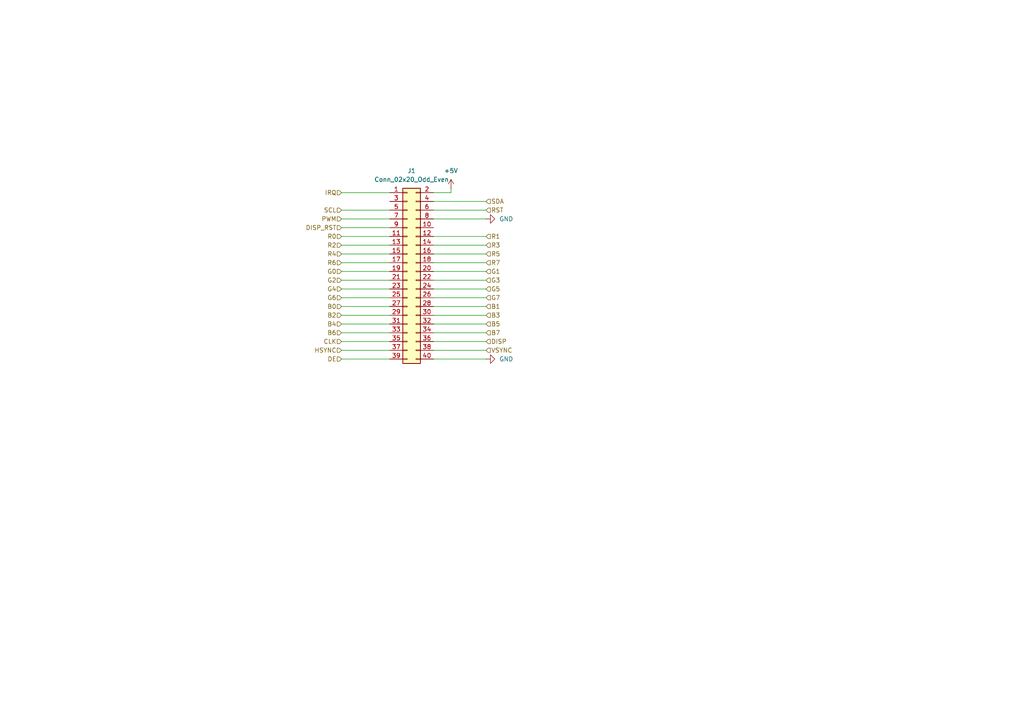
<source format=kicad_sch>
(kicad_sch (version 20231120) (generator "eeschema") (generator_version "8.0")
  (paper "A4")
  (lib_symbols
    (symbol "Connector_Generic:Conn_02x20_Odd_Even" (pin_names (offset 1.016) hide)
      (property "Reference" "J" (at 1.27 25.4 0))
      (property "Value" "Conn_02x20_Odd_Even" (at 1.27 -27.94 0))
      (symbol "Conn_02x20_Odd_Even_1_1"
        (rectangle (start -1.27 -25.273) (end 0 -25.527) (stroke (width 0.1524)))
        (rectangle (start -1.27 -22.733) (end 0 -22.987) (stroke (width 0.1524)))
        (rectangle (start -1.27 -20.193) (end 0 -20.447) (stroke (width 0.1524)))
        (rectangle (start -1.27 -17.653) (end 0 -17.907) (stroke (width 0.1524)))
        (rectangle (start -1.27 -15.113) (end 0 -15.367) (stroke (width 0.1524)))
        (rectangle (start -1.27 -12.573) (end 0 -12.827) (stroke (width 0.1524)))
        (rectangle (start -1.27 -10.033) (end 0 -10.287) (stroke (width 0.1524)))
        (rectangle (start -1.27 -7.493) (end 0 -7.747) (stroke (width 0.1524)))
        (rectangle (start -1.27 -4.953) (end 0 -5.207) (stroke (width 0.1524)))
        (rectangle (start -1.27 -2.413) (end 0 -2.667) (stroke (width 0.1524)))
        (rectangle (start -1.27 0.127) (end 0 -0.127) (stroke (width 0.1524)))
        (rectangle (start -1.27 2.667) (end 0 2.413) (stroke (width 0.1524)))
        (rectangle (start -1.27 5.207) (end 0 4.953) (stroke (width 0.1524)))
        (rectangle (start -1.27 7.747) (end 0 7.493) (stroke (width 0.1524)))
        (rectangle (start -1.27 10.287) (end 0 10.033) (stroke (width 0.1524)))
        (rectangle (start -1.27 12.827) (end 0 12.573) (stroke (width 0.1524)))
        (rectangle (start -1.27 15.367) (end 0 15.113) (stroke (width 0.1524)))
        (rectangle (start -1.27 17.907) (end 0 17.653) (stroke (width 0.1524)))
        (rectangle (start -1.27 20.447) (end 0 20.193) (stroke (width 0.1524)))
        (rectangle (start -1.27 22.987) (end 0 22.733) (stroke (width 0.1524)))
        (rectangle (start -1.27 24.13) (end 3.81 -26.67) (stroke (width 0.254)) (fill (type background)))
        (rectangle (start 3.81 -25.273) (end 2.54 -25.527) (stroke (width 0.1524)))
        (rectangle (start 3.81 -22.733) (end 2.54 -22.987) (stroke (width 0.1524)))
        (rectangle (start 3.81 -20.193) (end 2.54 -20.447) (stroke (width 0.1524)))
        (rectangle (start 3.81 -17.653) (end 2.54 -17.907) (stroke (width 0.1524)))
        (rectangle (start 3.81 -15.113) (end 2.54 -15.367) (stroke (width 0.1524)))
        (rectangle (start 3.81 -12.573) (end 2.54 -12.827) (stroke (width 0.1524)))
        (rectangle (start 3.81 -10.033) (end 2.54 -10.287) (stroke (width 0.1524)))
        (rectangle (start 3.81 -7.493) (end 2.54 -7.747) (stroke (width 0.1524)))
        (rectangle (start 3.81 -4.953) (end 2.54 -5.207) (stroke (width 0.1524)))
        (rectangle (start 3.81 -2.413) (end 2.54 -2.667) (stroke (width 0.1524)))
        (rectangle (start 3.81 0.127) (end 2.54 -0.127) (stroke (width 0.1524)))
        (rectangle (start 3.81 2.667) (end 2.54 2.413) (stroke (width 0.1524)))
        (rectangle (start 3.81 5.207) (end 2.54 4.953) (stroke (width 0.1524)))
        (rectangle (start 3.81 7.747) (end 2.54 7.493) (stroke (width 0.1524)))
        (rectangle (start 3.81 10.287) (end 2.54 10.033) (stroke (width 0.1524)))
        (rectangle (start 3.81 12.827) (end 2.54 12.573) (stroke (width 0.1524)))
        (rectangle (start 3.81 15.367) (end 2.54 15.113) (stroke (width 0.1524)))
        (rectangle (start 3.81 17.907) (end 2.54 17.653) (stroke (width 0.1524)))
        (rectangle (start 3.81 20.447) (end 2.54 20.193) (stroke (width 0.1524)))
        (rectangle (start 3.81 22.987) (end 2.54 22.733) (stroke (width 0.1524)))
        (pin passive line (at -5.08 22.86 0) (length 3.81) (name "Pin_1") (number "1"))
        (pin passive line (at 7.62 12.7 180) (length 3.81) (name "Pin_10") (number "10"))
        (pin passive line (at -5.08 10.16 0) (length 3.81) (name "Pin_11") (number "11"))
        (pin passive line (at 7.62 10.16 180) (length 3.81) (name "Pin_12") (number "12"))
        (pin passive line (at -5.08 7.62 0) (length 3.81) (name "Pin_13") (number "13"))
        (pin passive line (at 7.62 7.62 180) (length 3.81) (name "Pin_14") (number "14"))
        (pin passive line (at -5.08 5.08 0) (length 3.81) (name "Pin_15") (number "15"))
        (pin passive line (at 7.62 5.08 180) (length 3.81) (name "Pin_16") (number "16"))
        (pin passive line (at -5.08 2.54 0) (length 3.81) (name "Pin_17") (number "17"))
        (pin passive line (at 7.62 2.54 180) (length 3.81) (name "Pin_18") (number "18"))
        (pin passive line (at -5.08 0 0) (length 3.81) (name "Pin_19") (number "19"))
        (pin passive line (at 7.62 22.86 180) (length 3.81) (name "Pin_2") (number "2"))
        (pin passive line (at 7.62 0 180) (length 3.81) (name "Pin_20") (number "20"))
        (pin passive line (at -5.08 -2.54 0) (length 3.81) (name "Pin_21") (number "21"))
        (pin passive line (at 7.62 -2.54 180) (length 3.81) (name "Pin_22") (number "22"))
        (pin passive line (at -5.08 -5.08 0) (length 3.81) (name "Pin_23") (number "23"))
        (pin passive line (at 7.62 -5.08 180) (length 3.81) (name "Pin_24") (number "24"))
        (pin passive line (at -5.08 -7.62 0) (length 3.81) (name "Pin_25") (number "25"))
        (pin passive line (at 7.62 -7.62 180) (length 3.81) (name "Pin_26") (number "26"))
        (pin passive line (at -5.08 -10.16 0) (length 3.81) (name "Pin_27") (number "27"))
        (pin passive line (at 7.62 -10.16 180) (length 3.81) (name "Pin_28") (number "28"))
        (pin passive line (at -5.08 -12.7 0) (length 3.81) (name "Pin_29") (number "29"))
        (pin passive line (at -5.08 20.32 0) (length 3.81) (name "Pin_3") (number "3"))
        (pin passive line (at 7.62 -12.7 180) (length 3.81) (name "Pin_30") (number "30"))
        (pin passive line (at -5.08 -15.24 0) (length 3.81) (name "Pin_31") (number "31"))
        (pin passive line (at 7.62 -15.24 180) (length 3.81) (name "Pin_32") (number "32"))
        (pin passive line (at -5.08 -17.78 0) (length 3.81) (name "Pin_33") (number "33"))
        (pin passive line (at 7.62 -17.78 180) (length 3.81) (name "Pin_34") (number "34"))
        (pin passive line (at -5.08 -20.32 0) (length 3.81) (name "Pin_35") (number "35"))
        (pin passive line (at 7.62 -20.32 180) (length 3.81) (name "Pin_36") (number "36"))
        (pin passive line (at -5.08 -22.86 0) (length 3.81) (name "Pin_37") (number "37"))
        (pin passive line (at 7.62 -22.86 180) (length 3.81) (name "Pin_38") (number "38"))
        (pin passive line (at -5.08 -25.4 0) (length 3.81) (name "Pin_39") (number "39"))
        (pin passive line (at 7.62 20.32 180) (length 3.81) (name "Pin_4") (number "4"))
        (pin passive line (at 7.62 -25.4 180) (length 3.81) (name "Pin_40") (number "40"))
        (pin passive line (at -5.08 17.78 0) (length 3.81) (name "Pin_5") (number "5"))
        (pin passive line (at 7.62 17.78 180) (length 3.81) (name "Pin_6") (number "6"))
        (pin passive line (at -5.08 15.24 0) (length 3.81) (name "Pin_7") (number "7"))
        (pin passive line (at 7.62 15.24 180) (length 3.81) (name "Pin_8") (number "8"))
        (pin passive line (at -5.08 12.7 0) (length 3.81) (name "Pin_9") (number "9"))
      )
    )
    (symbol "power:+5V" (power) (pin_numbers hide) (pin_names (offset 0) hide)
      (property "Value" "+5V" (at 0 3.556 0))
      (symbol "+5V_0_1"
        (polyline (pts (xy -0.762 1.27) (xy 0 2.54)))
        (polyline (pts (xy 0 0) (xy 0 2.54)))
        (polyline (pts (xy 0 2.54) (xy 0.762 1.27)))
      )
      (symbol "+5V_1_1"
        (pin power_in line (at 0 0 90) (length 0) (name "~") (number "1"))
      )
    )
    (symbol "power:GND" (power) (pin_numbers hide) (pin_names (offset 0) hide)
      (property "Value" "GND" (at 0 -3.81 0))
      (symbol "GND_0_1"
        (polyline (pts (xy 0 0) (xy 0 -1.27) (xy 1.27 -1.27) (xy 0 -2.54) (xy -1.27 -1.27) (xy 0 -1.27)))
      )
      (symbol "GND_1_1"
        (pin power_in line (at 0 0 270) (length 0) (name "~") (number "1"))
      )
    )
  )
  (wire (pts (xy 99.06 71.12) (xy 113.03 71.12)))
  (wire (pts (xy 99.06 81.28) (xy 113.03 81.28)))
  (wire (pts (xy 140.97 86.36) (xy 125.73 86.36)))
  (wire (pts (xy 99.06 76.2) (xy 113.03 76.2)))
  (wire (pts (xy 99.06 91.44) (xy 113.03 91.44)))
  (wire (pts (xy 140.97 76.2) (xy 125.73 76.2)))
  (wire (pts (xy 140.97 83.82) (xy 125.73 83.82)))
  (wire (pts (xy 140.97 88.9) (xy 125.73 88.9)))
  (wire (pts (xy 99.06 73.66) (xy 113.03 73.66)))
  (wire (pts (xy 140.97 78.74) (xy 125.73 78.74)))
  (wire (pts (xy 140.97 99.06) (xy 125.73 99.06)))
  (wire (pts (xy 140.97 60.96) (xy 125.73 60.96)))
  (wire (pts (xy 140.97 73.66) (xy 125.73 73.66)))
  (wire (pts (xy 140.97 93.98) (xy 125.73 93.98)))
  (wire (pts (xy 130.81 54.61) (xy 130.81 55.88)))
  (wire (pts (xy 99.06 83.82) (xy 113.03 83.82)))
  (wire (pts (xy 140.97 58.42) (xy 125.73 58.42)))
  (wire (pts (xy 99.06 66.04) (xy 113.03 66.04)))
  (wire (pts (xy 140.97 63.5) (xy 125.73 63.5)))
  (wire (pts (xy 140.97 71.12) (xy 125.73 71.12)))
  (wire (pts (xy 99.06 68.58) (xy 113.03 68.58)))
  (wire (pts (xy 99.06 88.9) (xy 113.03 88.9)))
  (wire (pts (xy 140.97 91.44) (xy 125.73 91.44)))
  (wire (pts (xy 99.06 93.98) (xy 113.03 93.98)))
  (wire (pts (xy 99.06 60.96) (xy 113.03 60.96)))
  (wire (pts (xy 99.06 63.5) (xy 113.03 63.5)))
  (wire (pts (xy 99.06 104.14) (xy 113.03 104.14)))
  (wire (pts (xy 99.06 99.06) (xy 113.03 99.06)))
  (wire (pts (xy 99.06 101.6) (xy 113.03 101.6)))
  (wire (pts (xy 99.06 86.36) (xy 113.03 86.36)))
  (wire (pts (xy 130.81 55.88) (xy 125.73 55.88)))
  (wire (pts (xy 140.97 101.6) (xy 125.73 101.6)))
  (wire (pts (xy 140.97 96.52) (xy 125.73 96.52)))
  (wire (pts (xy 99.06 96.52) (xy 113.03 96.52)))
  (wire (pts (xy 140.97 81.28) (xy 125.73 81.28)))
  (wire (pts (xy 140.97 68.58) (xy 125.73 68.58)))
  (wire (pts (xy 99.06 78.74) (xy 113.03 78.74)))
  (wire (pts (xy 140.97 104.14) (xy 125.73 104.14)))
  (wire (pts (xy 99.06 55.88) (xy 113.03 55.88)))
  (hierarchical_label "B5" (shape input) (at 140.97 93.98 0))
  (hierarchical_label "R6" (shape input) (at 99.06 76.2 180))
  (hierarchical_label "B1" (shape input) (at 140.97 88.9 0))
  (hierarchical_label "SCL" (shape input) (at 99.06 60.96 180))
  (hierarchical_label "B7" (shape input) (at 140.97 96.52 0))
  (hierarchical_label "DE" (shape input) (at 99.06 104.14 180))
  (hierarchical_label "R0" (shape input) (at 99.06 68.58 180))
  (hierarchical_label "B4" (shape input) (at 99.06 93.98 180))
  (hierarchical_label "G2" (shape input) (at 99.06 81.28 180))
  (hierarchical_label "R5" (shape input) (at 140.97 73.66 0))
  (hierarchical_label "R4" (shape input) (at 99.06 73.66 180))
  (hierarchical_label "B6" (shape input) (at 99.06 96.52 180))
  (hierarchical_label "G4" (shape input) (at 99.06 83.82 180))
  (hierarchical_label "B2" (shape input) (at 99.06 91.44 180))
  (hierarchical_label "R2" (shape input) (at 99.06 71.12 180))
  (hierarchical_label "SDA" (shape input) (at 140.97 58.42 0))
  (hierarchical_label "R3" (shape input) (at 140.97 71.12 0))
  (hierarchical_label "DISP_RST" (shape input) (at 99.06 66.04 180))
  (hierarchical_label "IRQ" (shape input) (at 99.06 55.88 180))
  (hierarchical_label "R7" (shape input) (at 140.97 76.2 0))
  (hierarchical_label "G5" (shape input) (at 140.97 83.82 0))
  (hierarchical_label "R1" (shape input) (at 140.97 68.58 0))
  (hierarchical_label "CLK" (shape input) (at 99.06 99.06 180))
  (hierarchical_label "HSYNC" (shape input) (at 99.06 101.6 180))
  (hierarchical_label "DISP" (shape input) (at 140.97 99.06 0))
  (hierarchical_label "PWM" (shape input) (at 99.06 63.5 180))
  (hierarchical_label "RST" (shape input) (at 140.97 60.96 0))
  (hierarchical_label "G6" (shape input) (at 99.06 86.36 180))
  (hierarchical_label "G7" (shape input) (at 140.97 86.36 0))
  (hierarchical_label "B0" (shape input) (at 99.06 88.9 180))
  (hierarchical_label "G3" (shape input) (at 140.97 81.28 0))
  (hierarchical_label "B3" (shape input) (at 140.97 91.44 0))
  (hierarchical_label "VSYNC" (shape input) (at 140.97 101.6 0))
  (hierarchical_label "G1" (shape input) (at 140.97 78.74 0))
  (hierarchical_label "G0" (shape input) (at 99.06 78.74 180))
  (symbol (lib_id "Connector_Generic:Conn_02x20_Odd_Even") (at 118.11 78.74 0) (unit 1)
    (property "Reference" "J1" (at 119.38 49.53 0))
    (property "Value" "Conn_02x20_Odd_Even" (at 119.38 52.07 0))
    (property "Footprint" "pcbDAC:LCD" (effects (hide yes)))
    (property "Description" "Generic connector, double row, 02x20, odd/even pin numbering scheme (row 1 odd numbers, row 2 even numbers), script generated (kicad-library-utils/schlib/autogen/connector/)" (effects (hide yes)))
  )
  (symbol (lib_id "power:+5V") (at 130.81 54.61 0) (unit 1)
    (property "Reference" "#PWR013" (effects (hide yes)))
    (property "Value" "+5V" (at 130.81 49.53 0))
    (property "Description" "Power symbol creates a global label with name \"+5V\"" (effects (hide yes)))
  )
  (symbol (lib_id "power:GND") (at 140.97 104.14 90) (unit 1)
    (property "Reference" "#PWR015" (effects (hide yes)))
    (property "Value" "GND" (at 144.78 104.1399 90) (effects (justify right)))
    (property "Description" "Power symbol creates a global label with name \"GND\" , ground" (effects (hide yes)))
  )
  (symbol (lib_id "power:GND") (at 140.97 63.5 90) (unit 1)
    (property "Reference" "#PWR014" (effects (hide yes)))
    (property "Value" "GND" (at 144.78 63.4999 90) (effects (justify right)))
    (property "Description" "Power symbol creates a global label with name \"GND\" , ground" (effects (hide yes)))
  )
)
</source>
